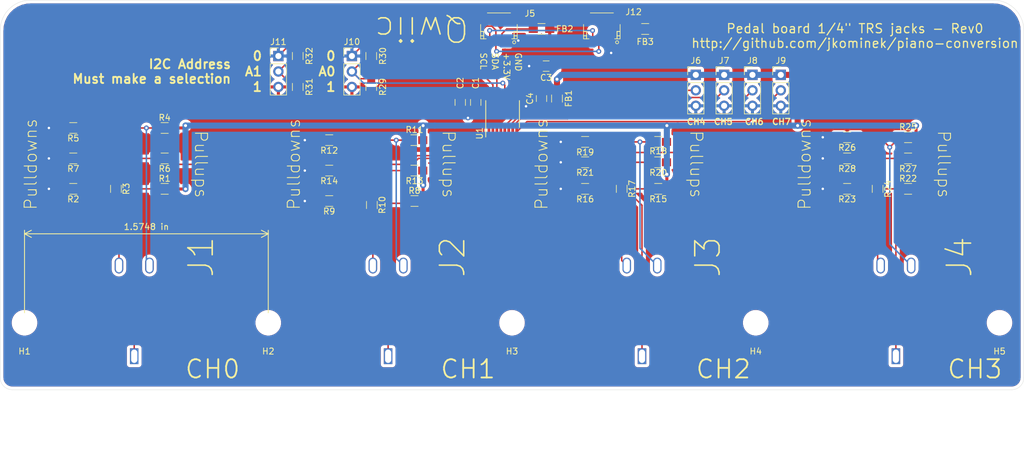
<source format=kicad_pcb>
(kicad_pcb (version 20171130) (host pcbnew "(5.1.7)-1")
  (layers (0 F.Cu signal) (31 B.Cu signal) (34 B.Paste user) (35 F.Paste user) (36 B.SilkS user) (37 F.SilkS user) (38 B.Mask user) (39 F.Mask user) (44 Edge.Cuts user))
  (net 0 "")
  (net 1 GND)
  (net 2 +3V3)
  (net 3 "Net-(J1-PadT)")
  (net 4 "Net-(J1-PadR)")
  (net 5 "Net-(J1-PadS)")
  (net 6 "Net-(J2-PadS)")
  (net 7 "Net-(J2-PadR)")
  (net 8 "Net-(J2-PadT)")
  (net 9 "Net-(J3-PadT)")
  (net 10 "Net-(J3-PadR)")
  (net 11 "Net-(J3-PadS)")
  (net 12 "Net-(J4-PadS)")
  (net 13 "Net-(J4-PadR)")
  (net 14 "Net-(J4-PadT)")
  (net 15 /CH0)
  (net 16 /CH1)
  (net 17 /CH2)
  (net 18 /CH3)
  (net 19 /SCL)
  (net 20 /SDA)
  (net 21 "Net-(FB2-Pad2)")
  (net 22 "Net-(J6-Pad2)")
  (net 23 "Net-(J7-Pad2)")
  (net 24 "Net-(J8-Pad2)")
  (net 25 "Net-(J9-Pad2)")
  (net 26 /A0)
  (net 27 /A1)
  (net 28 +3.3VA)
  (net 29 "Net-(FB3-Pad2)")
  (module Inductors_SMD:L_0805_HandSoldering (layer F.Cu) (at 119.38 50.165 90)
    (fp_text reference FB1 (at 0 1.905 90) (layer F.SilkS))
    (fp_text value FB)
    (pad 1 smd rect (at -1.35 0 90) (size 1.5 1.3) (layers F.Cu F.Paste F.Mask) (net 2 +3V3))
    (pad 2 smd rect (at 1.35 0 90) (size 1.5 1.3) (layers F.Cu F.Paste F.Mask) (net 28 +3.3VA))
  )
  (module Resistors_SMD:R_0805_HandSoldering (layer F.Cu) (at 136 57.286)
    (fp_text reference R18 (at 0 1.515) (layer F.SilkS))
    (fp_text value XXX)
    (pad 1 smd rect (at -1.35 0) (size 1.5 1.3) (layers F.Cu F.Paste F.Mask) (net 9 "Net-(J3-PadT)"))
    (pad 2 smd rect (at 1.35 0) (size 1.5 1.3) (layers F.Cu F.Paste F.Mask) (net 28 +3.3VA))
  )
  (module Capacitors_SMD:C_0805_HandSoldering (layer F.Cu) (at 106.045 50.8 270)
    (fp_text reference C1 (at -3.175 0 90) (layer F.SilkS))
    (fp_text value 0.1uF)
    (pad 2 smd rect (at 1.25 0 270) (size 1.5 1.25) (layers F.Cu F.Paste F.Mask) (net 1 GND))
    (pad 1 smd rect (at -1.25 0 270) (size 1.5 1.25) (layers F.Cu F.Paste F.Mask) (net 2 +3V3))
  )
  (module Capacitors_SMD:C_0805_HandSoldering (layer F.Cu) (at 103.505 50.8 270)
    (fp_text reference C2 (at -3.175 0 90) (layer F.SilkS))
    (fp_text value 1uF)
    (pad 1 smd rect (at -1.25 0 270) (size 1.5 1.25) (layers F.Cu F.Paste F.Mask) (net 2 +3V3))
    (pad 2 smd rect (at 1.25 0 270) (size 1.5 1.25) (layers F.Cu F.Paste F.Mask) (net 1 GND))
  )
  (module Capacitors_SMD:C_0805_HandSoldering (layer F.Cu) (at 117.602 44.831 180)
    (fp_text reference C3 (at 0 -1.905) (layer F.SilkS))
    (fp_text value 4.7uF)
    (pad 2 smd rect (at 1.25 0 180) (size 1.5 1.25) (layers F.Cu F.Paste F.Mask) (net 1 GND))
    (pad 1 smd rect (at -1.25 0 180) (size 1.5 1.25) (layers F.Cu F.Paste F.Mask) (net 2 +3V3))
  )
  (module footprints:SJ-63053A (layer F.Cu) (at 50 100 90)
    (fp_text reference J1 (at 23.8 10.96 90) (layer F.SilkS) (effects (font (size 4 4) (thickness 0.25))))
    (fp_text value AudioJack0)
    (pad T thru_hole oval (at 22.4 2.5 90) (size 2.6 1.4) (drill oval 2.2 1) (layers *.Cu *.Mask) (net 3 "Net-(J1-PadT)"))
    (pad R thru_hole oval (at 22.4 -2.5 90) (size 2.6 1.4) (drill oval 2.2 1) (layers *.Cu *.Mask) (net 4 "Net-(J1-PadR)"))
    (pad S thru_hole rect (at 7.5 0 90) (size 2.6 1.4) (drill oval 2.2 1) (layers *.Cu *.Mask) (net 5 "Net-(J1-PadS)"))
  )
  (module footprints:SJ-63053A (layer F.Cu) (at 91.666666 100 90)
    (fp_text reference J2 (at 23.8 10.568334 90) (layer F.SilkS) (effects (font (size 4 4) (thickness 0.25))))
    (fp_text value AudioJack1)
    (pad S thru_hole rect (at 7.5 0 90) (size 2.6 1.4) (drill oval 2.2 1) (layers *.Cu *.Mask) (net 6 "Net-(J2-PadS)"))
    (pad R thru_hole oval (at 22.4 -2.5 90) (size 2.6 1.4) (drill oval 2.2 1) (layers *.Cu *.Mask) (net 7 "Net-(J2-PadR)"))
    (pad T thru_hole oval (at 22.4 2.5 90) (size 2.6 1.4) (drill oval 2.2 1) (layers *.Cu *.Mask) (net 8 "Net-(J2-PadT)"))
  )
  (module footprints:SJ-63053A (layer F.Cu) (at 133.333332 100 90)
    (fp_text reference J3 (at 23.8 10.811668 90) (layer F.SilkS) (effects (font (size 4 4) (thickness 0.25))))
    (fp_text value AudioJack2)
    (pad T thru_hole oval (at 22.4 2.5 90) (size 2.6 1.4) (drill oval 2.2 1) (layers *.Cu *.Mask) (net 9 "Net-(J3-PadT)"))
    (pad R thru_hole oval (at 22.4 -2.5 90) (size 2.6 1.4) (drill oval 2.2 1) (layers *.Cu *.Mask) (net 10 "Net-(J3-PadR)"))
    (pad S thru_hole rect (at 7.5 0 90) (size 2.6 1.4) (drill oval 2.2 1) (layers *.Cu *.Mask) (net 11 "Net-(J3-PadS)"))
  )
  (module footprints:SJ-63053A (layer F.Cu) (at 175 100 90)
    (fp_text reference J4 (at 23.8 10.42 90) (layer F.SilkS) (effects (font (size 4 4) (thickness 0.25))))
    (fp_text value AudioJack3)
    (pad S thru_hole rect (at 7.5 0 90) (size 2.6 1.4) (drill oval 2.2 1) (layers *.Cu *.Mask) (net 12 "Net-(J4-PadS)"))
    (pad R thru_hole oval (at 22.4 -2.5 90) (size 2.6 1.4) (drill oval 2.2 1) (layers *.Cu *.Mask) (net 13 "Net-(J4-PadR)"))
    (pad T thru_hole oval (at 22.4 2.5 90) (size 2.6 1.4) (drill oval 2.2 1) (layers *.Cu *.Mask) (net 14 "Net-(J4-PadT)"))
  )
  (module Resistors_SMD:R_0805_HandSoldering (layer F.Cu) (at 55 65)
    (fp_text reference R1 (at 0 -1.7) (layer F.SilkS))
    (fp_text value XXX)
    (pad 2 smd rect (at 1.35 0) (size 1.5 1.3) (layers F.Cu F.Paste F.Mask) (net 28 +3.3VA))
    (pad 1 smd rect (at -1.35 0) (size 1.5 1.3) (layers F.Cu F.Paste F.Mask) (net 5 "Net-(J1-PadS)"))
  )
  (module Resistors_SMD:R_0805_HandSoldering (layer F.Cu) (at 40 65 180)
    (fp_text reference R2 (at 0 -1.7) (layer F.SilkS))
    (fp_text value XXX)
    (pad 1 smd rect (at -1.35 0 180) (size 1.5 1.3) (layers F.Cu F.Paste F.Mask) (net 5 "Net-(J1-PadS)"))
    (pad 2 smd rect (at 1.35 0 180) (size 1.5 1.3) (layers F.Cu F.Paste F.Mask) (net 1 GND))
  )
  (module Resistors_SMD:R_0805_HandSoldering (layer F.Cu) (at 47 65 270)
    (fp_text reference R3 (at 0 -1.7 90) (layer F.SilkS))
    (fp_text value 10)
    (pad 1 smd rect (at -1.35 0 270) (size 1.5 1.3) (layers F.Cu F.Paste F.Mask) (net 15 /CH0))
    (pad 2 smd rect (at 1.35 0 270) (size 1.5 1.3) (layers F.Cu F.Paste F.Mask) (net 4 "Net-(J1-PadR)"))
  )
  (module Resistors_SMD:R_0805_HandSoldering (layer F.Cu) (at 55 55)
    (fp_text reference R4 (at 0 -1.7) (layer F.SilkS))
    (fp_text value XXX)
    (pad 2 smd rect (at 1.35 0) (size 1.5 1.3) (layers F.Cu F.Paste F.Mask) (net 28 +3.3VA))
    (pad 1 smd rect (at -1.35 0) (size 1.5 1.3) (layers F.Cu F.Paste F.Mask) (net 3 "Net-(J1-PadT)"))
  )
  (module Resistors_SMD:R_0805_HandSoldering (layer F.Cu) (at 40 55 180)
    (fp_text reference R5 (at 0 -1.7) (layer F.SilkS))
    (fp_text value XXX)
    (pad 1 smd rect (at -1.35 0 180) (size 1.5 1.3) (layers F.Cu F.Paste F.Mask) (net 3 "Net-(J1-PadT)"))
    (pad 2 smd rect (at 1.35 0 180) (size 1.5 1.3) (layers F.Cu F.Paste F.Mask) (net 1 GND))
  )
  (module Resistors_SMD:R_0805_HandSoldering (layer F.Cu) (at 55 60 180)
    (fp_text reference R6 (at 0 -1.7) (layer F.SilkS))
    (fp_text value XXX)
    (pad 2 smd rect (at 1.35 0 180) (size 1.5 1.3) (layers F.Cu F.Paste F.Mask) (net 15 /CH0))
    (pad 1 smd rect (at -1.35 0 180) (size 1.5 1.3) (layers F.Cu F.Paste F.Mask) (net 28 +3.3VA))
  )
  (module Resistors_SMD:R_0805_HandSoldering (layer F.Cu) (at 40 60 180)
    (fp_text reference R7 (at 0 -1.7) (layer F.SilkS))
    (fp_text value XXX)
    (pad 1 smd rect (at -1.35 0 180) (size 1.5 1.3) (layers F.Cu F.Paste F.Mask) (net 15 /CH0))
    (pad 2 smd rect (at 1.35 0 180) (size 1.5 1.3) (layers F.Cu F.Paste F.Mask) (net 1 GND))
  )
  (module Resistors_SMD:R_0805_HandSoldering (layer F.Cu) (at 96 67)
    (fp_text reference R8 (at 0 -1.7) (layer F.SilkS))
    (fp_text value XXX)
    (pad 1 smd rect (at -1.35 0) (size 1.5 1.3) (layers F.Cu F.Paste F.Mask) (net 6 "Net-(J2-PadS)"))
    (pad 2 smd rect (at 1.35 0) (size 1.5 1.3) (layers F.Cu F.Paste F.Mask) (net 28 +3.3VA))
  )
  (module Resistors_SMD:R_0805_HandSoldering (layer F.Cu) (at 82 67 180)
    (fp_text reference R9 (at 0 -1.7) (layer F.SilkS))
    (fp_text value XXX)
    (pad 2 smd rect (at 1.35 0 180) (size 1.5 1.3) (layers F.Cu F.Paste F.Mask) (net 1 GND))
    (pad 1 smd rect (at -1.35 0 180) (size 1.5 1.3) (layers F.Cu F.Paste F.Mask) (net 6 "Net-(J2-PadS)"))
  )
  (module Resistors_SMD:R_0805_HandSoldering (layer F.Cu) (at 89 67.65 270)
    (fp_text reference R10 (at 0 -1.7 90) (layer F.SilkS))
    (fp_text value 10)
    (pad 2 smd rect (at 1.35 0 270) (size 1.5 1.3) (layers F.Cu F.Paste F.Mask) (net 7 "Net-(J2-PadR)"))
    (pad 1 smd rect (at -1.35 0 270) (size 1.5 1.3) (layers F.Cu F.Paste F.Mask) (net 16 /CH1))
  )
  (module Resistors_SMD:R_0805_HandSoldering (layer F.Cu) (at 96 57)
    (fp_text reference R11 (at 0 -1.7) (layer F.SilkS))
    (fp_text value XXX)
    (pad 1 smd rect (at -1.35 0) (size 1.5 1.3) (layers F.Cu F.Paste F.Mask) (net 8 "Net-(J2-PadT)"))
    (pad 2 smd rect (at 1.35 0) (size 1.5 1.3) (layers F.Cu F.Paste F.Mask) (net 28 +3.3VA))
  )
  (module Resistors_SMD:R_0805_HandSoldering (layer F.Cu) (at 82 57 180)
    (fp_text reference R12 (at 0 -1.7) (layer F.SilkS))
    (fp_text value XXX)
    (pad 2 smd rect (at 1.35 0 180) (size 1.5 1.3) (layers F.Cu F.Paste F.Mask) (net 1 GND))
    (pad 1 smd rect (at -1.35 0 180) (size 1.5 1.3) (layers F.Cu F.Paste F.Mask) (net 8 "Net-(J2-PadT)"))
  )
  (module Resistors_SMD:R_0805_HandSoldering (layer F.Cu) (at 96 62 180)
    (fp_text reference R13 (at 0 -1.7) (layer F.SilkS))
    (fp_text value XXX)
    (pad 1 smd rect (at -1.35 0 180) (size 1.5 1.3) (layers F.Cu F.Paste F.Mask) (net 28 +3.3VA))
    (pad 2 smd rect (at 1.35 0 180) (size 1.5 1.3) (layers F.Cu F.Paste F.Mask) (net 16 /CH1))
  )
  (module Resistors_SMD:R_0805_HandSoldering (layer F.Cu) (at 82 62 180)
    (fp_text reference R14 (at 0 -1.7) (layer F.SilkS))
    (fp_text value XXX)
    (pad 2 smd rect (at 1.35 0 180) (size 1.5 1.3) (layers F.Cu F.Paste F.Mask) (net 1 GND))
    (pad 1 smd rect (at -1.35 0 180) (size 1.5 1.3) (layers F.Cu F.Paste F.Mask) (net 16 /CH1))
  )
  (module Resistors_SMD:R_0805_HandSoldering (layer F.Cu) (at 136 65)
    (fp_text reference R15 (at 0 1.675) (layer F.SilkS))
    (fp_text value XXX)
    (pad 1 smd rect (at -1.35 0) (size 1.5 1.3) (layers F.Cu F.Paste F.Mask) (net 11 "Net-(J3-PadS)"))
    (pad 2 smd rect (at 1.35 0) (size 1.5 1.3) (layers F.Cu F.Paste F.Mask) (net 28 +3.3VA))
  )
  (module Resistors_SMD:R_0805_HandSoldering (layer F.Cu) (at 124 65 180)
    (fp_text reference R16 (at 0 -1.7) (layer F.SilkS))
    (fp_text value XXX)
    (pad 2 smd rect (at 1.35 0 180) (size 1.5 1.3) (layers F.Cu F.Paste F.Mask) (net 1 GND))
    (pad 1 smd rect (at -1.35 0 180) (size 1.5 1.3) (layers F.Cu F.Paste F.Mask) (net 11 "Net-(J3-PadS)"))
  )
  (module Resistors_SMD:R_0805_HandSoldering (layer F.Cu) (at 130 65 270)
    (fp_text reference R17 (at 0 -1.7 90) (layer F.SilkS))
    (fp_text value 10)
    (pad 2 smd rect (at 1.35 0 270) (size 1.5 1.3) (layers F.Cu F.Paste F.Mask) (net 10 "Net-(J3-PadR)"))
    (pad 1 smd rect (at -1.35 0 270) (size 1.5 1.3) (layers F.Cu F.Paste F.Mask) (net 17 /CH2))
  )
  (module Resistors_SMD:R_0805_HandSoldering (layer F.Cu) (at 124 57.286 180)
    (fp_text reference R19 (at 0 -1.7) (layer F.SilkS))
    (fp_text value XXX)
    (pad 2 smd rect (at 1.35 0 180) (size 1.5 1.3) (layers F.Cu F.Paste F.Mask) (net 1 GND))
    (pad 1 smd rect (at -1.35 0 180) (size 1.5 1.3) (layers F.Cu F.Paste F.Mask) (net 9 "Net-(J3-PadT)"))
  )
  (module Resistors_SMD:R_0805_HandSoldering (layer F.Cu) (at 136 60.635 180)
    (fp_text reference R20 (at 0 -1.7) (layer F.SilkS))
    (fp_text value XXX)
    (pad 1 smd rect (at -1.35 0 180) (size 1.5 1.3) (layers F.Cu F.Paste F.Mask) (net 28 +3.3VA))
    (pad 2 smd rect (at 1.35 0 180) (size 1.5 1.3) (layers F.Cu F.Paste F.Mask) (net 17 /CH2))
  )
  (module Resistors_SMD:R_0805_HandSoldering (layer F.Cu) (at 124 60.635 180)
    (fp_text reference R21 (at 0 -1.7) (layer F.SilkS))
    (fp_text value XXX)
    (pad 2 smd rect (at 1.35 0 180) (size 1.5 1.3) (layers F.Cu F.Paste F.Mask) (net 1 GND))
    (pad 1 smd rect (at -1.35 0 180) (size 1.5 1.3) (layers F.Cu F.Paste F.Mask) (net 17 /CH2))
  )
  (module Resistors_SMD:R_0805_HandSoldering (layer F.Cu) (at 177 65)
    (fp_text reference R22 (at 0 -1.7) (layer F.SilkS))
    (fp_text value XXX)
    (pad 2 smd rect (at 1.35 0) (size 1.5 1.3) (layers F.Cu F.Paste F.Mask) (net 28 +3.3VA))
    (pad 1 smd rect (at -1.35 0) (size 1.5 1.3) (layers F.Cu F.Paste F.Mask) (net 12 "Net-(J4-PadS)"))
  )
  (module Resistors_SMD:R_0805_HandSoldering (layer F.Cu) (at 167 65 180)
    (fp_text reference R23 (at 0 -1.7) (layer F.SilkS))
    (fp_text value XXX)
    (pad 1 smd rect (at -1.35 0 180) (size 1.5 1.3) (layers F.Cu F.Paste F.Mask) (net 12 "Net-(J4-PadS)"))
    (pad 2 smd rect (at 1.35 0 180) (size 1.5 1.3) (layers F.Cu F.Paste F.Mask) (net 1 GND))
  )
  (module Resistors_SMD:R_0805_HandSoldering (layer F.Cu) (at 172 65 270)
    (fp_text reference R24 (at 0 -1.7 90) (layer F.SilkS))
    (fp_text value 10)
    (pad 1 smd rect (at -1.35 0 270) (size 1.5 1.3) (layers F.Cu F.Paste F.Mask) (net 18 /CH3))
    (pad 2 smd rect (at 1.35 0 270) (size 1.5 1.3) (layers F.Cu F.Paste F.Mask) (net 13 "Net-(J4-PadR)"))
  )
  (module Resistors_SMD:R_0805_HandSoldering (layer F.Cu) (at 177 56.524)
    (fp_text reference R25 (at 0 -1.7) (layer F.SilkS))
    (fp_text value XXX)
    (pad 2 smd rect (at 1.35 0) (size 1.5 1.3) (layers F.Cu F.Paste F.Mask) (net 28 +3.3VA))
    (pad 1 smd rect (at -1.35 0) (size 1.5 1.3) (layers F.Cu F.Paste F.Mask) (net 14 "Net-(J4-PadT)"))
  )
  (module Resistors_SMD:R_0805_HandSoldering (layer F.Cu) (at 167 56.524 180)
    (fp_text reference R26 (at 0 -1.7) (layer F.SilkS))
    (fp_text value XXX)
    (pad 1 smd rect (at -1.35 0 180) (size 1.5 1.3) (layers F.Cu F.Paste F.Mask) (net 14 "Net-(J4-PadT)"))
    (pad 2 smd rect (at 1.35 0 180) (size 1.5 1.3) (layers F.Cu F.Paste F.Mask) (net 1 GND))
  )
  (module Resistors_SMD:R_0805_HandSoldering (layer F.Cu) (at 177 60 180)
    (fp_text reference R27 (at 0 -1.7) (layer F.SilkS))
    (fp_text value XXX)
    (pad 2 smd rect (at 1.35 0 180) (size 1.5 1.3) (layers F.Cu F.Paste F.Mask) (net 18 /CH3))
    (pad 1 smd rect (at -1.35 0 180) (size 1.5 1.3) (layers F.Cu F.Paste F.Mask) (net 28 +3.3VA))
  )
  (module Resistors_SMD:R_0805_HandSoldering (layer F.Cu) (at 167 60 180)
    (fp_text reference R28 (at 0 -1.7) (layer F.SilkS))
    (fp_text value XXX)
    (pad 1 smd rect (at -1.35 0 180) (size 1.5 1.3) (layers F.Cu F.Paste F.Mask) (net 18 /CH3))
    (pad 2 smd rect (at 1.35 0 180) (size 1.5 1.3) (layers F.Cu F.Paste F.Mask) (net 1 GND))
  )
  (module Mounting_Holes:MountingHole_3.2mm_M3 (layer F.Cu) (at 32 87)
    (fp_text reference H1 (at 0 4.69) (layer F.SilkS))
    (fp_text value MountingHole)
    (pad 1 np_thru_hole circle (at 0 0) (size 3.2 3.2) (drill 3.2) (layers *.Cu *.Mask))
  )
  (module Mounting_Holes:MountingHole_3.2mm_M3 (layer F.Cu) (at 72 87)
    (fp_text reference H2 (at 0 4.69) (layer F.SilkS))
    (fp_text value MountingHole)
    (pad 1 np_thru_hole circle (at 0 0) (size 3.2 3.2) (drill 3.2) (layers *.Cu *.Mask))
  )
  (module Mounting_Holes:MountingHole_3.2mm_M3 (layer F.Cu) (at 112 87)
    (fp_text reference H3 (at 0 4.69) (layer F.SilkS))
    (fp_text value MountingHole)
    (pad 1 np_thru_hole circle (at 0 0) (size 3.2 3.2) (drill 3.2) (layers *.Cu *.Mask))
  )
  (module Mounting_Holes:MountingHole_3.2mm_M3 (layer F.Cu) (at 152 87)
    (fp_text reference H4 (at 0 4.69) (layer F.SilkS))
    (fp_text value MountingHole)
    (pad 1 np_thru_hole circle (at 0 0) (size 3.2 3.2) (drill 3.2) (layers *.Cu *.Mask))
  )
  (module Mounting_Holes:MountingHole_3.2mm_M3 (layer F.Cu) (at 192 87)
    (fp_text reference H5 (at 0 4.69) (layer F.SilkS))
    (fp_text value MountingHole)
    (pad 1 np_thru_hole circle (at 0 0) (size 3.2 3.2) (drill 3.2) (layers *.Cu *.Mask))
  )
  (module Connectors_JST:JST_SH_SM04B-SRSS-TB_04x1.00mm_Angled (layer F.Cu) (at 109.855 38.735 180)
    (fp_text reference J5 (at -5.08 2.54) (layer F.SilkS))
    (fp_text value Qwiic)
    (pad "" smd rect (at 2.8 1.9375 180) (size 1.2 1.8) (layers F.Cu F.Paste F.Mask))
    (pad "" smd rect (at -2.8 1.9375 180) (size 1.2 1.8) (layers F.Cu F.Paste F.Mask))
    (pad 4 smd rect (at 1.5 -1.9375 180) (size 0.6 1.55) (layers F.Cu F.Paste F.Mask) (net 19 /SCL))
    (pad 3 smd rect (at 0.5 -1.9375 180) (size 0.6 1.55) (layers F.Cu F.Paste F.Mask) (net 20 /SDA))
    (pad 2 smd rect (at -0.5 -1.9375 180) (size 0.6 1.55) (layers F.Cu F.Paste F.Mask) (net 21 "Net-(FB2-Pad2)"))
    (pad 1 smd rect (at -1.5 -1.9375 180) (size 0.6 1.55) (layers F.Cu F.Paste F.Mask) (net 1 GND))
  )
  (module Housings_SSOP:TSSOP-16_4.4x5mm_Pitch0.65mm (layer F.Cu) (at 110.49 52.705 90)
    (fp_text reference U1 (at -3.175 -3.81 90) (layer F.SilkS))
    (fp_text value ADS7830)
    (pad 16 smd rect (at 2.95 -2.275 90) (size 1.5 0.45) (layers F.Cu F.Paste F.Mask) (net 2 +3V3))
    (pad 15 smd rect (at 2.95 -1.625 90) (size 1.5 0.45) (layers F.Cu F.Paste F.Mask) (net 20 /SDA))
    (pad 14 smd rect (at 2.95 -0.975 90) (size 1.5 0.45) (layers F.Cu F.Paste F.Mask) (net 19 /SCL))
    (pad 13 smd rect (at 2.95 -0.325 90) (size 1.5 0.45) (layers F.Cu F.Paste F.Mask) (net 27 /A1))
    (pad 12 smd rect (at 2.95 0.325 90) (size 1.5 0.45) (layers F.Cu F.Paste F.Mask) (net 26 /A0))
    (pad 11 smd rect (at 2.95 0.975 90) (size 1.5 0.45) (layers F.Cu F.Paste F.Mask) (net 1 GND))
    (pad 10 smd rect (at 2.95 1.625 90) (size 1.5 0.45) (layers F.Cu F.Paste F.Mask) (net 28 +3.3VA))
    (pad 9 smd rect (at 2.95 2.275 90) (size 1.5 0.45) (layers F.Cu F.Paste F.Mask) (net 1 GND))
    (pad 8 smd rect (at -2.95 2.275 90) (size 1.5 0.45) (layers F.Cu F.Paste F.Mask) (net 25 "Net-(J9-Pad2)"))
    (pad 7 smd rect (at -2.95 1.625 90) (size 1.5 0.45) (layers F.Cu F.Paste F.Mask) (net 24 "Net-(J8-Pad2)"))
    (pad 6 smd rect (at -2.95 0.975 90) (size 1.5 0.45) (layers F.Cu F.Paste F.Mask) (net 23 "Net-(J7-Pad2)"))
    (pad 5 smd rect (at -2.95 0.325 90) (size 1.5 0.45) (layers F.Cu F.Paste F.Mask) (net 22 "Net-(J6-Pad2)"))
    (pad 4 smd rect (at -2.95 -0.325 90) (size 1.5 0.45) (layers F.Cu F.Paste F.Mask) (net 18 /CH3))
    (pad 3 smd rect (at -2.95 -0.975 90) (size 1.5 0.45) (layers F.Cu F.Paste F.Mask) (net 17 /CH2))
    (pad 2 smd rect (at -2.95 -1.625 90) (size 1.5 0.45) (layers F.Cu F.Paste F.Mask) (net 16 /CH1))
    (pad 1 smd rect (at -2.95 -2.275 90) (size 1.5 0.45) (layers F.Cu F.Paste F.Mask) (net 15 /CH0))
  )
  (module Capacitors_SMD:C_0805_HandSoldering (layer F.Cu) (at 116.84 50.165 270)
    (fp_text reference C4 (at 0 1.905 90) (layer F.SilkS))
    (fp_text value 0.1uF)
    (pad 2 smd rect (at 1.25 0 270) (size 1.5 1.25) (layers F.Cu F.Paste F.Mask) (net 1 GND))
    (pad 1 smd rect (at -1.25 0 270) (size 1.5 1.25) (layers F.Cu F.Paste F.Mask) (net 28 +3.3VA))
  )
  (module Inductors_SMD:L_0805_HandSoldering (layer F.Cu) (at 116.84 38.735 180)
    (fp_text reference FB2 (at -3.81 0) (layer F.SilkS))
    (fp_text value FB)
    (pad 2 smd rect (at 1.35 0 180) (size 1.5 1.3) (layers F.Cu F.Paste F.Mask) (net 21 "Net-(FB2-Pad2)"))
    (pad 1 smd rect (at -1.35 0 180) (size 1.5 1.3) (layers F.Cu F.Paste F.Mask) (net 2 +3V3))
  )
  (module Pin_Headers:Pin_Header_Straight_1x03_Pitch2.54mm (layer F.Cu) (at 142.160001 46.275001)
    (fp_text reference J6 (at 0 -2.33) (layer F.SilkS))
    (fp_text value CH7)
    (pad 3 thru_hole oval (at 0 5.08) (size 1.7 1.7) (drill 1) (layers *.Cu *.Mask) (net 1 GND))
    (pad 2 thru_hole oval (at 0 2.54) (size 1.7 1.7) (drill 1) (layers *.Cu *.Mask) (net 22 "Net-(J6-Pad2)"))
    (pad 1 thru_hole rect (at 0 0) (size 1.7 1.7) (drill 1) (layers *.Cu *.Mask) (net 28 +3.3VA))
  )
  (module Pin_Headers:Pin_Header_Straight_1x03_Pitch2.54mm (layer F.Cu) (at 146.810001 46.275001)
    (fp_text reference J7 (at 0 -2.33) (layer F.SilkS))
    (fp_text value CH7)
    (pad 1 thru_hole rect (at 0 0) (size 1.7 1.7) (drill 1) (layers *.Cu *.Mask) (net 28 +3.3VA))
    (pad 2 thru_hole oval (at 0 2.54) (size 1.7 1.7) (drill 1) (layers *.Cu *.Mask) (net 23 "Net-(J7-Pad2)"))
    (pad 3 thru_hole oval (at 0 5.08) (size 1.7 1.7) (drill 1) (layers *.Cu *.Mask) (net 1 GND))
  )
  (module Pin_Headers:Pin_Header_Straight_1x03_Pitch2.54mm (layer F.Cu) (at 151.460001 46.275001)
    (fp_text reference J8 (at 0 -2.33) (layer F.SilkS))
    (fp_text value CH7)
    (pad 3 thru_hole oval (at 0 5.08) (size 1.7 1.7) (drill 1) (layers *.Cu *.Mask) (net 1 GND))
    (pad 2 thru_hole oval (at 0 2.54) (size 1.7 1.7) (drill 1) (layers *.Cu *.Mask) (net 24 "Net-(J8-Pad2)"))
    (pad 1 thru_hole rect (at 0 0) (size 1.7 1.7) (drill 1) (layers *.Cu *.Mask) (net 28 +3.3VA))
  )
  (module Pin_Headers:Pin_Header_Straight_1x03_Pitch2.54mm (layer F.Cu) (at 156.110001 46.275001)
    (fp_text reference J9 (at 0 -2.33) (layer F.SilkS))
    (fp_text value CH7)
    (pad 1 thru_hole rect (at 0 0) (size 1.7 1.7) (drill 1) (layers *.Cu *.Mask) (net 28 +3.3VA))
    (pad 2 thru_hole oval (at 0 2.54) (size 1.7 1.7) (drill 1) (layers *.Cu *.Mask) (net 25 "Net-(J9-Pad2)"))
    (pad 3 thru_hole oval (at 0 5.08) (size 1.7 1.7) (drill 1) (layers *.Cu *.Mask) (net 1 GND))
  )
  (module Pin_Headers:Pin_Header_Straight_1x03_Pitch2.54mm (layer F.Cu) (at 85.725 43.18)
    (fp_text reference J10 (at 0 -2.33) (layer F.SilkS))
    (fp_text value CH7)
    (pad 1 thru_hole rect (at 0 0) (size 1.7 1.7) (drill 1) (layers *.Cu *.Mask) (net 1 GND))
    (pad 2 thru_hole oval (at 0 2.54) (size 1.7 1.7) (drill 1) (layers *.Cu *.Mask) (net 26 /A0))
    (pad 3 thru_hole oval (at 0 5.08) (size 1.7 1.7) (drill 1) (layers *.Cu *.Mask) (net 2 +3V3))
  )
  (module Pin_Headers:Pin_Header_Straight_1x03_Pitch2.54mm (layer F.Cu) (at 73.66 43.18)
    (fp_text reference J11 (at 0 -2.33) (layer F.SilkS))
    (fp_text value CH7)
    (pad 3 thru_hole oval (at 0 5.08) (size 1.7 1.7) (drill 1) (layers *.Cu *.Mask) (net 2 +3V3))
    (pad 2 thru_hole oval (at 0 2.54) (size 1.7 1.7) (drill 1) (layers *.Cu *.Mask) (net 27 /A1))
    (pad 1 thru_hole rect (at 0 0) (size 1.7 1.7) (drill 1) (layers *.Cu *.Mask) (net 1 GND))
  )
  (module Resistors_SMD:R_0805_HandSoldering (layer F.Cu) (at 88.9 48.26 90)
    (fp_text reference R29 (at 0 1.905 90) (layer F.SilkS))
    (fp_text value DNP)
    (pad 2 smd rect (at 1.35 0 90) (size 1.5 1.3) (layers F.Cu F.Paste F.Mask) (net 26 /A0))
    (pad 1 smd rect (at -1.35 0 90) (size 1.5 1.3) (layers F.Cu F.Paste F.Mask) (net 2 +3V3))
  )
  (module Resistors_SMD:R_0805_HandSoldering (layer F.Cu) (at 88.9 43.18 270)
    (fp_text reference R30 (at 0 -1.905 90) (layer F.SilkS))
    (fp_text value DNP)
    (pad 1 smd rect (at -1.35 0 270) (size 1.5 1.3) (layers F.Cu F.Paste F.Mask) (net 1 GND))
    (pad 2 smd rect (at 1.35 0 270) (size 1.5 1.3) (layers F.Cu F.Paste F.Mask) (net 26 /A0))
  )
  (module Resistors_SMD:R_0805_HandSoldering (layer F.Cu) (at 76.835 48.26 90)
    (fp_text reference R31 (at 0 1.905 90) (layer F.SilkS))
    (fp_text value DNP)
    (pad 2 smd rect (at 1.35 0 90) (size 1.5 1.3) (layers F.Cu F.Paste F.Mask) (net 27 /A1))
    (pad 1 smd rect (at -1.35 0 90) (size 1.5 1.3) (layers F.Cu F.Paste F.Mask) (net 2 +3V3))
  )
  (module Resistors_SMD:R_0805_HandSoldering (layer F.Cu) (at 76.835 43.18 270)
    (fp_text reference R32 (at 0 -1.905 90) (layer F.SilkS))
    (fp_text value DNP)
    (pad 1 smd rect (at -1.35 0 270) (size 1.5 1.3) (layers F.Cu F.Paste F.Mask) (net 1 GND))
    (pad 2 smd rect (at 1.35 0 270) (size 1.5 1.3) (layers F.Cu F.Paste F.Mask) (net 27 /A1))
  )
  (module Inductors_SMD:L_0805_HandSoldering (layer F.Cu) (at 133.858 38.735 180)
    (fp_text reference FB3 (at 0 -2.1) (layer F.SilkS))
    (fp_text value FB)
    (pad 2 smd rect (at 1.35 0 180) (size 1.5 1.3) (layers F.Cu F.Paste F.Mask) (net 29 "Net-(FB3-Pad2)"))
    (pad 1 smd rect (at -1.35 0 180) (size 1.5 1.3) (layers F.Cu F.Paste F.Mask) (net 2 +3V3))
  )
  (module Connectors_JST:JST_SH_SM04B-SRSS-TB_04x1.00mm_Angled (layer F.Cu) (at 126.746 38.735 180)
    (fp_text reference J12 (at -5.207 2.794) (layer F.SilkS))
    (fp_text value Qwiic)
    (pad "" smd rect (at 2.8 1.9375 180) (size 1.2 1.8) (layers F.Cu F.Paste F.Mask))
    (pad "" smd rect (at -2.8 1.9375 180) (size 1.2 1.8) (layers F.Cu F.Paste F.Mask))
    (pad 4 smd rect (at 1.5 -1.9375 180) (size 0.6 1.55) (layers F.Cu F.Paste F.Mask) (net 19 /SCL))
    (pad 3 smd rect (at 0.5 -1.9375 180) (size 0.6 1.55) (layers F.Cu F.Paste F.Mask) (net 20 /SDA))
    (pad 2 smd rect (at -0.5 -1.9375 180) (size 0.6 1.55) (layers F.Cu F.Paste F.Mask) (net 29 "Net-(FB3-Pad2)"))
    (pad 1 smd rect (at -1.5 -1.9375 180) (size 0.6 1.55) (layers F.Cu F.Paste F.Mask) (net 1 GND))
  )
  (gr_text CH3 (at 187.96 94.615) (layer F.SilkS) (effects (font (size 3 3) (thickness 0.3))))
  (gr_text CH2 (at 146.685 94.615) (layer F.SilkS) (effects (font (size 3 3) (thickness 0.3))))
  (gr_text CH1 (at 104.775 94.615) (layer F.SilkS) (effects (font (size 3 3) (thickness 0.3))))
  (gr_text CH0 (at 62.865 94.615) (layer F.SilkS) (effects (font (size 3 3) (thickness 0.3))))
  (gr_text CH7 (at 156.21 53.975) (layer F.SilkS) (effects (font (size 1 1) (thickness 0.2))))
  (gr_text CH6 (at 151.765 53.975) (layer F.SilkS) (effects (font (size 1 1) (thickness 0.2))))
  (gr_text CH5 (at 146.685 53.975) (layer F.SilkS) (effects (font (size 1 1) (thickness 0.2))))
  (gr_text CH4 (at 142.24 53.975) (layer F.SilkS) (effects (font (size 1 1) (thickness 0.2))))
  (gr_text "I2C Address\nMust make a selection" (at 66.04 45.72) (layer F.SilkS) (effects (font (size 1.5 1.5) (thickness 0.3)) (justify right)))
  (gr_text A1 (at 71.12 45.72) (layer F.SilkS) (effects (font (size 1.5 1.5) (thickness 0.3)) (justify right)))
  (gr_text 1 (at 71.12 48.26) (layer F.SilkS) (effects (font (size 1.5 1.5) (thickness 0.3)) (justify right)))
  (gr_text 0 (at 71.12 43.18) (layer F.SilkS) (effects (font (size 1.5 1.5) (thickness 0.3)) (justify right)))
  (gr_text 1 (at 83.185 48.26) (layer F.SilkS) (effects (font (size 1.5 1.5) (thickness 0.3)) (justify right)))
  (gr_text A0 (at 83.185 45.72) (layer F.SilkS) (effects (font (size 1.5 1.5) (thickness 0.3)) (justify right)))
  (gr_text 0 (at 83.185 43.18) (layer F.SilkS) (effects (font (size 1.5 1.5) (thickness 0.3)) (justify right)))
  (dimension 40 (width 0.15) (layer F.SilkS) (gr_text "40.000 mm" (at 52 71.09) (layer F.SilkS) (effects (font (size 1 1) (thickness 0.15)))) (feature1 (pts (xy 72 87) (xy 72 71.803579))) (feature2 (pts (xy 32 87) (xy 32 71.803579))) (crossbar (pts (xy 32 72.39) (xy 72 72.39))) (arrow1a (pts (xy 72 72.39) (xy 70.873496 72.976421))) (arrow1b (pts (xy 72 72.39) (xy 70.873496 71.803579))) (arrow2a (pts (xy 32 72.39) (xy 33.126504 72.976421))) (arrow2b (pts (xy 32 72.39) (xy 33.126504 71.803579))))
  (gr_text SCL (at 107.315 42.545 270) (layer F.SilkS) (effects (font (size 1 1)) (justify left)))
  (gr_text SDA (at 109.22 42.545 270) (layer F.SilkS) (effects (font (size 1 1)) (justify left)))
  (gr_text "Pedal board 1/4\" TRS jacks - Rev0\nhttp://github.com/jkominek/piano-conversion" (at 168.275 39.878) (layer F.SilkS) (effects (font (size 1.5 1.5) (thickness 0.2))))
  (gr_text Pullups (at 182.88 60.96 270) (layer F.SilkS) (effects (font (size 2 2))))
  (gr_text Pullups (at 142.24 60.96 270) (layer F.SilkS) (effects (font (size 2 2))))
  (gr_text Pullups (at 101.6 60.96 270) (layer F.SilkS) (effects (font (size 2 2))))
  (gr_text Pullups (at 60.96 60.96 270) (layer F.SilkS) (effects (font (size 2 2))))
  (gr_text Pulldowns (at 160.02 60.96 90) (layer F.SilkS) (effects (font (size 2 2))))
  (gr_text Pulldowns (at 116.84 60.96 90) (layer F.SilkS) (effects (font (size 2 2))))
  (gr_text Pulldowns (at 76.2 60.96 90) (layer F.SilkS) (effects (font (size 2 2))))
  (gr_text Pulldowns (at 33.02 60.96 90) (layer F.SilkS) (effects (font (size 2 2))))
  (gr_text +3.3V (at 111.125 42.545 270) (layer F.SilkS) (effects (font (size 1 1)) (justify left)))
  (gr_text GND (at 113.03 42.545 270) (layer F.SilkS) (effects (font (size 1 1)) (justify left)))
  (gr_text Qwiic (at 97.155 38.735 180) (layer F.SilkS) (effects (font (size 4 4) (thickness 0.25))))
  (gr_arc (start 30 96) (end 28 96) (angle -90) (layer Edge.Cuts) (width 0.05))
  (gr_arc (start 194 96) (end 194 98) (angle -90) (layer Edge.Cuts) (width 0.05))
  (gr_arc (start 191 39) (end 196 39) (angle -90) (layer Edge.Cuts) (width 0.05))
  (gr_arc (start 33 39) (end 33 34) (angle -90) (layer Edge.Cuts) (width 0.05))
  (gr_line (start 28 39) (end 28 96) (layer Edge.Cuts) (width 0.05))
  (gr_line (start 191 34) (end 33 34) (layer Edge.Cuts) (width 0.05))
  (gr_line (start 196 96) (end 196 39) (layer Edge.Cuts) (width 0.05))
  (gr_line (start 30 98) (end 194 98) (layer Edge.Cuts) (width 0.05))
  (via (at 36 55) (size 0.8) (drill 0.4) (layers F.Cu B.Cu) (net 1))
  (via (at 36 60) (size 0.8) (drill 0.4) (layers F.Cu B.Cu) (net 1))
  (via (at 36 65) (size 0.8) (drill 0.4) (layers F.Cu B.Cu) (net 1))
  (segment (start 36 55) (end 38.65 55) (width 0.25) (layer F.Cu) (net 1))
  (segment (start 36 60) (end 38.65 60) (width 0.25) (layer F.Cu) (net 1))
  (segment (start 36 65) (end 38.65 65) (width 0.25) (layer F.Cu) (net 1))
  (via (at 104.775 53.34) (size 0.8) (drill 0.4) (layers F.Cu B.Cu) (net 1))
  (via (at 78 67) (size 0.8) (drill 0.4) (layers F.Cu B.Cu) (net 1))
  (via (at 78 62) (size 0.8) (drill 0.4) (layers F.Cu B.Cu) (net 1))
  (via (at 78 57) (size 0.8) (drill 0.4) (layers F.Cu B.Cu) (net 1))
  (segment (start 80.65 57) (end 78 57) (width 0.25) (layer F.Cu) (net 1))
  (segment (start 80.65 62) (end 78 62) (width 0.25) (layer F.Cu) (net 1))
  (segment (start 80.65 67) (end 78 67) (width 0.25) (layer F.Cu) (net 1))
  (via (at 120 65) (size 0.8) (drill 0.4) (layers F.Cu B.Cu) (net 1))
  (via (at 120 60.635) (size 0.8) (drill 0.4) (layers F.Cu B.Cu) (net 1))
  (via (at 120 57.286) (size 0.8) (drill 0.4) (layers F.Cu B.Cu) (net 1))
  (segment (start 120 57.286) (end 122.65 57.286) (width 0.25) (layer F.Cu) (net 1))
  (segment (start 120 60.635) (end 122.65 60.635) (width 0.25) (layer F.Cu) (net 1))
  (segment (start 120 65) (end 122.65 65) (width 0.25) (layer F.Cu) (net 1))
  (via (at 163 56.524) (size 0.8) (drill 0.4) (layers F.Cu B.Cu) (net 1))
  (via (at 163 60) (size 0.8) (drill 0.4) (layers F.Cu B.Cu) (net 1))
  (via (at 163 65) (size 0.8) (drill 0.4) (layers F.Cu B.Cu) (net 1))
  (segment (start 163 65) (end 165.65 65) (width 0.25) (layer F.Cu) (net 1))
  (segment (start 163 60) (end 165.65 60) (width 0.25) (layer F.Cu) (net 1))
  (segment (start 163 56.524) (end 165.65 56.524) (width 0.25) (layer F.Cu) (net 1))
  (segment (start 112.765 49.755) (end 112.765 51.17) (width 0.25) (layer F.Cu) (net 1))
  (via (at 114.3 51.435) (size 0.8) (drill 0.4) (layers F.Cu B.Cu) (net 1))
  (segment (start 113.03 51.435) (end 112.765 51.17) (width 0.25) (layer F.Cu) (net 1))
  (segment (start 114.3 51.435) (end 113.03 51.435) (width 0.25) (layer F.Cu) (net 1))
  (segment (start 103.505 52.07) (end 104.775 53.34) (width 0.25) (layer F.Cu) (net 1))
  (segment (start 103.505 52.05) (end 103.505 52.07) (width 0.25) (layer F.Cu) (net 1))
  (segment (start 104.775 53.32) (end 106.045 52.05) (width 0.25) (layer F.Cu) (net 1))
  (segment (start 104.775 53.34) (end 104.775 53.32) (width 0.25) (layer F.Cu) (net 1))
  (segment (start 112.145 51.435) (end 113.03 51.435) (width 0.25) (layer F.Cu) (net 1))
  (segment (start 111.465 50.755) (end 112.145 51.435) (width 0.25) (layer F.Cu) (net 1))
  (segment (start 111.465 49.755) (end 111.465 50.755) (width 0.25) (layer F.Cu) (net 1))
  (via (at 114.808 44.831) (size 0.8) (drill 0.4) (layers F.Cu B.Cu) (net 1))
  (segment (start 116.82 51.435) (end 116.84 51.415) (width 0.25) (layer F.Cu) (net 1))
  (segment (start 114.3 51.435) (end 116.82 51.435) (width 0.25) (layer F.Cu) (net 1))
  (segment (start 87.075 41.83) (end 85.725 43.18) (width 0.25) (layer F.Cu) (net 1))
  (segment (start 88.9 41.83) (end 87.075 41.83) (width 0.25) (layer F.Cu) (net 1))
  (segment (start 75.01 41.83) (end 73.66 43.18) (width 0.25) (layer F.Cu) (net 1))
  (segment (start 76.835 41.83) (end 75.01 41.83) (width 0.25) (layer F.Cu) (net 1))
  (via (at 128.27 42.672) (size 0.8) (drill 0.4) (layers F.Cu B.Cu) (net 1))
  (segment (start 128.246 42.648) (end 128.27 42.672) (width 0.25) (layer F.Cu) (net 1))
  (segment (start 128.246 40.6725) (end 128.246 42.648) (width 0.25) (layer F.Cu) (net 1))
  (via (at 113.03 40.64) (size 0.8) (drill 0.4) (layers F.Cu B.Cu) (net 1))
  (segment (start 114.808 44.831) (end 116.352 44.831) (width 0.25) (layer F.Cu) (net 1))
  (segment (start 112.9975 40.6725) (end 113.03 40.64) (width 0.25) (layer F.Cu) (net 1))
  (segment (start 111.355 40.6725) (end 112.9975 40.6725) (width 0.25) (layer F.Cu) (net 1))
  (via (at 109.474 42.418) (size 0.8) (drill 0.4) (layers F.Cu B.Cu) (net 20))
  (via (at 108.331 38.989) (size 0.8) (drill 0.4) (layers F.Cu B.Cu) (net 19))
  (segment (start 103.505 49.55) (end 106.045 49.55) (width 0.25) (layer F.Cu) (net 2))
  (segment (start 108.01 49.55) (end 108.215 49.755) (width 0.25) (layer F.Cu) (net 2))
  (segment (start 106.045 49.55) (end 108.01 49.55) (width 0.25) (layer F.Cu) (net 2))
  (segment (start 41.35 55) (end 52 55) (width 0.25) (layer F.Cu) (net 3))
  (segment (start 52 55) (end 53.65 55) (width 0.25) (layer F.Cu) (net 3))
  (via (at 52 55) (size 0.8) (drill 0.4) (layers F.Cu B.Cu) (net 3))
  (segment (start 52 77.1) (end 52.5 77.6) (width 0.25) (layer B.Cu) (net 3))
  (segment (start 52 55) (end 52 77.1) (width 0.25) (layer B.Cu) (net 3))
  (segment (start 47.5 66.85) (end 47 66.35) (width 0.25) (layer F.Cu) (net 4))
  (segment (start 47.5 77.6) (end 47.5 66.85) (width 0.25) (layer F.Cu) (net 4))
  (segment (start 53.65 65) (end 41.35 65) (width 0.25) (layer F.Cu) (net 5))
  (segment (start 50 92.5) (end 50 65) (width 0.25) (layer F.Cu) (net 5))
  (segment (start 94.274999 67.375001) (end 94.65 67) (width 0.25) (layer F.Cu) (net 6))
  (segment (start 83.35 67) (end 83.725001 67.375001) (width 0.25) (layer F.Cu) (net 6))
  (segment (start 91.666666 67.416668) (end 91.624999 67.375001) (width 0.25) (layer F.Cu) (net 6))
  (segment (start 91.666666 92.5) (end 91.666666 67.416668) (width 0.25) (layer F.Cu) (net 6))
  (segment (start 91.624999 67.375001) (end 94.274999 67.375001) (width 0.25) (layer F.Cu) (net 6))
  (segment (start 83.725001 67.375001) (end 91.624999 67.375001) (width 0.25) (layer F.Cu) (net 6))
  (segment (start 89 77.433334) (end 89.166666 77.6) (width 0.25) (layer F.Cu) (net 7))
  (segment (start 89.166666 69.166666) (end 89 69) (width 0.25) (layer F.Cu) (net 7))
  (segment (start 89.166666 77.6) (end 89.166666 69.166666) (width 0.25) (layer F.Cu) (net 7))
  (segment (start 83.35 57) (end 93 57) (width 0.25) (layer F.Cu) (net 8))
  (segment (start 93 57) (end 94.65 57) (width 0.25) (layer F.Cu) (net 8))
  (via (at 93 57) (size 0.8) (drill 0.4) (layers F.Cu B.Cu) (net 8))
  (segment (start 93 76.433334) (end 94.166666 77.6) (width 0.25) (layer B.Cu) (net 8))
  (segment (start 93 57) (end 93 76.433334) (width 0.25) (layer B.Cu) (net 8))
  (segment (start 125.35 57.286) (end 133 57.286) (width 0.25) (layer F.Cu) (net 9))
  (segment (start 133 57.286) (end 134.65 57.286) (width 0.25) (layer F.Cu) (net 9))
  (via (at 133 57.286) (size 0.8) (drill 0.4) (layers F.Cu B.Cu) (net 9))
  (segment (start 133 74.766668) (end 135.833332 77.6) (width 0.25) (layer B.Cu) (net 9))
  (segment (start 133 74.766668) (end 133 57.286) (width 0.25) (layer B.Cu) (net 9))
  (segment (start 130 76.766668) (end 130.833332 77.6) (width 0.25) (layer F.Cu) (net 10))
  (segment (start 130 66.35) (end 130 76.766668) (width 0.25) (layer F.Cu) (net 10))
  (segment (start 133 65) (end 134.65 65) (width 0.25) (layer F.Cu) (net 11))
  (segment (start 133.333332 67.69833) (end 131 65.364998) (width 0.25) (layer F.Cu) (net 11))
  (segment (start 133.333332 92.5) (end 133.333332 67.69833) (width 0.25) (layer F.Cu) (net 11))
  (segment (start 131 65.364998) (end 131 65) (width 0.25) (layer F.Cu) (net 11))
  (segment (start 131 65) (end 133 65) (width 0.25) (layer F.Cu) (net 11))
  (segment (start 125.35 65) (end 131 65) (width 0.25) (layer F.Cu) (net 11))
  (segment (start 168.35 65) (end 175.65 65) (width 0.25) (layer F.Cu) (net 12))
  (segment (start 175 65.65) (end 175.65 65) (width 0.25) (layer F.Cu) (net 12))
  (segment (start 175 92.5) (end 175 65.65) (width 0.25) (layer F.Cu) (net 12))
  (segment (start 172 77.1) (end 172.5 77.6) (width 0.25) (layer F.Cu) (net 13))
  (segment (start 172 66.35) (end 172 77.1) (width 0.25) (layer F.Cu) (net 13))
  (via (at 173.99 58.166) (size 0.8) (drill 0.4) (layers F.Cu B.Cu) (net 14))
  (segment (start 174 74.1) (end 177.5 77.6) (width 0.25) (layer B.Cu) (net 14))
  (segment (start 174 58.176) (end 173.99 58.166) (width 0.25) (layer B.Cu) (net 14))
  (segment (start 174 74.1) (end 174 58.176) (width 0.25) (layer B.Cu) (net 14))
  (segment (start 175.632 56.524) (end 173.99 58.166) (width 0.25) (layer F.Cu) (net 14))
  (segment (start 175.65 56.524) (end 175.632 56.524) (width 0.25) (layer F.Cu) (net 14))
  (segment (start 172.348 56.524) (end 173.99 58.166) (width 0.25) (layer F.Cu) (net 14))
  (segment (start 168.35 56.524) (end 172.348 56.524) (width 0.25) (layer F.Cu) (net 14))
  (segment (start 47 63.65) (end 47 60) (width 0.25) (layer F.Cu) (net 15))
  (segment (start 47 60) (end 53.65 60) (width 0.25) (layer F.Cu) (net 15))
  (segment (start 41.35 60) (end 47 60) (width 0.25) (layer F.Cu) (net 15))
  (segment (start 54.625001 60.975001) (end 53.65 60) (width 0.25) (layer F.Cu) (net 15))
  (segment (start 95.038589 60.975001) (end 54.625001 60.975001) (width 0.25) (layer F.Cu) (net 15))
  (segment (start 108.215 55.655) (end 108.215 56.885) (width 0.25) (layer F.Cu) (net 15))
  (segment (start 96.463599 59.549991) (end 106.818599 59.549991) (width 0.25) (layer F.Cu) (net 15))
  (segment (start 95.038589 60.975001) (end 96.463599 59.549991) (width 0.25) (layer F.Cu) (net 15))
  (segment (start 108.215 58.15359) (end 108.215 56.885) (width 0.25) (layer F.Cu) (net 15))
  (segment (start 106.818599 59.549991) (end 108.215 58.15359) (width 0.25) (layer F.Cu) (net 15))
  (segment (start 89 66.3) (end 89 62) (width 0.25) (layer F.Cu) (net 16))
  (segment (start 89 62) (end 94.65 62) (width 0.25) (layer F.Cu) (net 16))
  (segment (start 83.35 62) (end 89 62) (width 0.25) (layer F.Cu) (net 16))
  (segment (start 96.65 60) (end 94.65 62) (width 0.25) (layer F.Cu) (net 16))
  (segment (start 107.005 60) (end 96.65 60) (width 0.25) (layer F.Cu) (net 16))
  (segment (start 108.865 58.14) (end 107.005 60) (width 0.25) (layer F.Cu) (net 16))
  (segment (start 108.865 55.655) (end 108.865 58.14) (width 0.25) (layer F.Cu) (net 16))
  (segment (start 125.35 60.635) (end 130 60.635) (width 0.25) (layer F.Cu) (net 17))
  (segment (start 130 60.635) (end 134.65 60.635) (width 0.25) (layer F.Cu) (net 17))
  (segment (start 130 63.65) (end 130 60.635) (width 0.25) (layer F.Cu) (net 17))
  (segment (start 123.985 62) (end 125.35 60.635) (width 0.25) (layer F.Cu) (net 17))
  (segment (start 113.435 62) (end 123.985 62) (width 0.25) (layer F.Cu) (net 17))
  (segment (start 109.515 58.08) (end 113.435 62) (width 0.25) (layer F.Cu) (net 17))
  (segment (start 109.515 55.655) (end 109.515 58.08) (width 0.25) (layer F.Cu) (net 17))
  (segment (start 172 63.65) (end 172 60) (width 0.25) (layer F.Cu) (net 18))
  (segment (start 172 60) (end 175.65 60) (width 0.25) (layer F.Cu) (net 18))
  (segment (start 168.35 60) (end 172 60) (width 0.25) (layer F.Cu) (net 18))
  (segment (start 167.374999 59.024999) (end 111.839997 59.024999) (width 0.25) (layer F.Cu) (net 18))
  (segment (start 168.35 60) (end 167.374999 59.024999) (width 0.25) (layer F.Cu) (net 18))
  (segment (start 110.165 57.350002) (end 110.165 55.655) (width 0.25) (layer F.Cu) (net 18))
  (segment (start 111.839997 59.024999) (end 110.165 57.350002) (width 0.25) (layer F.Cu) (net 18))
  (segment (start 109.515 49.755) (end 109.515 44.745) (width 0.25) (layer F.Cu) (net 19))
  (segment (start 108.355 43.585) (end 108.355 40.6725) (width 0.25) (layer F.Cu) (net 19))
  (segment (start 109.515 44.745) (end 108.355 43.585) (width 0.25) (layer F.Cu) (net 19))
  (segment (start 108.355 39.013) (end 108.331 38.989) (width 0.25) (layer F.Cu) (net 19))
  (segment (start 108.355 40.6725) (end 108.355 39.013) (width 0.25) (layer F.Cu) (net 19))
  (via (at 125.222 38.989) (size 0.8) (drill 0.4) (layers F.Cu B.Cu) (net 19))
  (segment (start 125.246 39.013) (end 125.222 38.989) (width 0.25) (layer F.Cu) (net 19))
  (segment (start 125.246 40.6725) (end 125.246 39.013) (width 0.25) (layer F.Cu) (net 19))
  (segment (start 108.331 38.989) (end 125.222 38.989) (width 0.25) (layer B.Cu) (net 19))
  (segment (start 106.68 39.37) (end 106.68 45.72) (width 0.25) (layer F.Cu) (net 20))
  (segment (start 108.865 47.905) (end 108.865 49.755) (width 0.25) (layer F.Cu) (net 20))
  (segment (start 106.68 45.72) (end 108.865 47.905) (width 0.25) (layer F.Cu) (net 20))
  (segment (start 107.786001 38.263999) (end 106.68 39.37) (width 0.25) (layer F.Cu) (net 20))
  (segment (start 108.679001 38.263999) (end 107.786001 38.263999) (width 0.25) (layer F.Cu) (net 20))
  (segment (start 109.355 38.939998) (end 108.679001 38.263999) (width 0.25) (layer F.Cu) (net 20))
  (segment (start 109.355 40.6725) (end 109.355 38.939998) (width 0.25) (layer F.Cu) (net 20))
  (via (at 126.238 42.418) (size 0.8) (drill 0.4) (layers F.Cu B.Cu) (net 20))
  (segment (start 109.474 42.418) (end 126.238 42.418) (width 0.25) (layer B.Cu) (net 20))
  (segment (start 126.246 42.41) (end 126.238 42.418) (width 0.25) (layer F.Cu) (net 20))
  (segment (start 126.246 40.6725) (end 126.246 42.41) (width 0.25) (layer F.Cu) (net 20))
  (segment (start 109.355 42.299) (end 109.474 42.418) (width 0.25) (layer F.Cu) (net 20))
  (segment (start 109.355 40.6725) (end 109.355 42.299) (width 0.25) (layer F.Cu) (net 20))
  (segment (start 110.355 39.505) (end 110.355 40.6725) (width 0.25) (layer F.Cu) (net 21))
  (segment (start 111.125 38.735) (end 110.355 39.505) (width 0.25) (layer F.Cu) (net 21))
  (segment (start 115.49 38.735) (end 111.125 38.735) (width 0.25) (layer F.Cu) (net 21))
  (segment (start 112.879999 52.590001) (end 120.764999 52.590001) (width 0.25) (layer F.Cu) (net 22))
  (segment (start 110.815 54.655) (end 112.879999 52.590001) (width 0.25) (layer F.Cu) (net 22))
  (segment (start 110.815 55.655) (end 110.815 54.655) (width 0.25) (layer F.Cu) (net 22))
  (segment (start 124.539999 48.815001) (end 142.160001 48.815001) (width 0.25) (layer F.Cu) (net 22))
  (segment (start 120.764999 52.590001) (end 124.539999 48.815001) (width 0.25) (layer F.Cu) (net 22))
  (segment (start 113.169987 53.040011) (end 120.9514 53.04001) (width 0.25) (layer F.Cu) (net 23))
  (segment (start 111.465 54.744998) (end 113.169987 53.040011) (width 0.25) (layer F.Cu) (net 23))
  (segment (start 111.465 55.655) (end 111.465 54.744998) (width 0.25) (layer F.Cu) (net 23))
  (segment (start 145.635 49.990002) (end 124.001408 49.990002) (width 0.25) (layer F.Cu) (net 23))
  (segment (start 146.810001 48.815001) (end 145.635 49.990002) (width 0.25) (layer F.Cu) (net 23))
  (segment (start 124.001408 49.990002) (end 120.9514 53.04001) (width 0.25) (layer F.Cu) (net 23))
  (segment (start 113.369979 53.490019) (end 121.137801 53.490019) (width 0.25) (layer F.Cu) (net 24))
  (segment (start 112.115 54.744998) (end 113.369979 53.490019) (width 0.25) (layer F.Cu) (net 24))
  (segment (start 112.115 55.655) (end 112.115 54.744998) (width 0.25) (layer F.Cu) (net 24))
  (segment (start 121.137801 53.490019) (end 121.92141 52.70641) (width 0.25) (layer F.Cu) (net 24))
  (segment (start 147.568592 52.70641) (end 151.460001 48.815001) (width 0.25) (layer F.Cu) (net 24))
  (segment (start 121.92141 52.70641) (end 147.568592 52.70641) (width 0.25) (layer F.Cu) (net 24))
  (segment (start 150.984974 53.940028) (end 156.110001 48.815001) (width 0.25) (layer F.Cu) (net 25))
  (segment (start 114.479972 53.940028) (end 150.984974 53.940028) (width 0.25) (layer F.Cu) (net 25))
  (segment (start 112.765 55.655) (end 114.479972 53.940028) (width 0.25) (layer F.Cu) (net 25))
  (via (at 110.49 47.625) (size 0.8) (drill 0.4) (layers F.Cu B.Cu) (net 26))
  (segment (start 86.915 44.53) (end 85.725 45.72) (width 0.25) (layer F.Cu) (net 26))
  (segment (start 88.9 44.53) (end 86.915 44.53) (width 0.25) (layer F.Cu) (net 26))
  (segment (start 86.915 46.91) (end 85.725 45.72) (width 0.25) (layer F.Cu) (net 26))
  (segment (start 88.9 46.91) (end 86.915 46.91) (width 0.25) (layer F.Cu) (net 26))
  (segment (start 110.815 47.95) (end 110.49 47.625) (width 0.25) (layer F.Cu) (net 26))
  (segment (start 110.815 49.755) (end 110.815 47.95) (width 0.25) (layer F.Cu) (net 26))
  (segment (start 87.63 47.625) (end 85.725 45.72) (width 0.25) (layer B.Cu) (net 26))
  (segment (start 110.49 47.625) (end 87.63 47.625) (width 0.25) (layer B.Cu) (net 26))
  (segment (start 74.85 46.91) (end 73.66 45.72) (width 0.25) (layer F.Cu) (net 27))
  (segment (start 76.835 46.91) (end 74.85 46.91) (width 0.25) (layer F.Cu) (net 27))
  (segment (start 74.85 44.53) (end 73.66 45.72) (width 0.25) (layer F.Cu) (net 27))
  (segment (start 76.835 44.53) (end 74.85 44.53) (width 0.25) (layer F.Cu) (net 27))
  (segment (start 80.755001 50.830001) (end 76.835 46.91) (width 0.25) (layer F.Cu) (net 27))
  (segment (start 110.089999 50.830001) (end 80.755001 50.830001) (width 0.25) (layer F.Cu) (net 27))
  (segment (start 110.165 50.755) (end 110.089999 50.830001) (width 0.25) (layer F.Cu) (net 27))
  (segment (start 110.165 49.755) (end 110.165 50.755) (width 0.25) (layer F.Cu) (net 27))
  (via (at 119.38 46.99) (size 1) (drill 0.5) (layers F.Cu B.Cu) (net 28))
  (segment (start 112.115 48.755) (end 112.61 48.26) (width 0.25) (layer F.Cu) (net 28))
  (segment (start 112.115 49.755) (end 112.115 48.755) (width 0.25) (layer F.Cu) (net 28))
  (segment (start 116.185 48.26) (end 116.84 48.915) (width 0.25) (layer F.Cu) (net 28))
  (segment (start 112.61 48.26) (end 116.185 48.26) (width 0.25) (layer F.Cu) (net 28))
  (segment (start 116.94 48.815) (end 116.84 48.915) (width 0.25) (layer F.Cu) (net 28))
  (segment (start 119.38 48.815) (end 116.94 48.815) (width 0.25) (layer F.Cu) (net 28))
  (segment (start 119.38 48.815) (end 119.38 46.99) (width 1) (layer F.Cu) (net 28))
  (segment (start 156.110001 46.275001) (end 151.460001 46.275001) (width 1) (layer B.Cu) (net 28))
  (segment (start 151.460001 46.275001) (end 146.810001 46.275001) (width 1) (layer B.Cu) (net 28))
  (segment (start 146.810001 46.275001) (end 142.160001 46.275001) (width 1) (layer B.Cu) (net 28))
  (segment (start 120.094999 46.275001) (end 119.38 46.99) (width 1) (layer B.Cu) (net 28))
  (segment (start 142.160001 46.275001) (end 120.094999 46.275001) (width 1) (layer B.Cu) (net 28))
  (via (at 158.877 54.61) (size 1) (drill 0.5) (layers F.Cu B.Cu) (net 28))
  (segment (start 157.781001 46.275001) (end 156.110001 46.275001) (width 1) (layer F.Cu) (net 28))
  (segment (start 158.877 47.371) (end 157.781001 46.275001) (width 1) (layer F.Cu) (net 28))
  (via (at 137.414 54.61) (size 1) (drill 0.5) (layers F.Cu B.Cu) (net 28))
  (via (at 178.308 54.61) (size 1) (drill 0.5) (layers F.Cu B.Cu) (net 28))
  (via (at 97.409 54.61) (size 1) (drill 0.5) (layers F.Cu B.Cu) (net 28))
  (via (at 58.42 54.61) (size 1) (drill 0.5) (layers F.Cu B.Cu) (net 28))
  (segment (start 139.192 54.61) (end 158.877 54.61) (width 1) (layer B.Cu) (net 28))
  (segment (start 139.192 54.61) (end 99.314 54.61) (width 1) (layer B.Cu) (net 28))
  (segment (start 58.42 54.61) (end 99.314 54.61) (width 1) (layer B.Cu) (net 28))
  (segment (start 158.877 47.371) (end 158.877 54.61) (width 1) (layer F.Cu) (net 28))
  (segment (start 58.03 55) (end 58.42 54.61) (width 0.5) (layer F.Cu) (net 28))
  (segment (start 56.35 55) (end 58.03 55) (width 0.5) (layer F.Cu) (net 28))
  (segment (start 178.35 56.524) (end 178.35 60) (width 0.5) (layer F.Cu) (net 28))
  (segment (start 178.35 60) (end 178.35 65) (width 0.5) (layer F.Cu) (net 28))
  (via (at 137.414 62.611) (size 1) (drill 0.5) (layers F.Cu B.Cu) (net 28))
  (segment (start 137.414 54.61) (end 137.414 62.611) (width 1) (layer B.Cu) (net 28))
  (via (at 58.42 65.024) (size 1) (drill 0.5) (layers F.Cu B.Cu) (net 28))
  (segment (start 56.35 55) (end 56.35 60) (width 0.5) (layer F.Cu) (net 28))
  (segment (start 58.42 54.61) (end 58.42 65.024) (width 1) (layer B.Cu) (net 28))
  (segment (start 56.374 65.024) (end 56.35 65) (width 0.5) (layer F.Cu) (net 28))
  (segment (start 58.42 65.024) (end 56.374 65.024) (width 0.5) (layer F.Cu) (net 28))
  (via (at 97.409 64.389) (size 1) (drill 0.5) (layers F.Cu B.Cu) (net 28))
  (segment (start 97.409 54.61) (end 97.409 64.389) (width 1) (layer B.Cu) (net 28))
  (segment (start 137.35 62.547) (end 137.414 62.611) (width 0.5) (layer F.Cu) (net 28))
  (segment (start 137.35 60.635) (end 137.35 62.547) (width 0.5) (layer F.Cu) (net 28))
  (segment (start 137.414 64.936) (end 137.35 65) (width 0.5) (layer F.Cu) (net 28))
  (segment (start 137.414 62.611) (end 137.414 64.936) (width 0.5) (layer F.Cu) (net 28))
  (segment (start 137.414 57.222) (end 137.35 57.286) (width 0.5) (layer F.Cu) (net 28))
  (segment (start 137.414 54.61) (end 137.414 57.222) (width 0.5) (layer F.Cu) (net 28))
  (segment (start 158.877 54.61) (end 178.308 54.61) (width 1) (layer B.Cu) (net 28))
  (segment (start 178.308 56.482) (end 178.35 56.524) (width 0.5) (layer F.Cu) (net 28))
  (segment (start 178.308 54.61) (end 178.308 56.482) (width 0.5) (layer F.Cu) (net 28))
  (segment (start 97.409 56.941) (end 97.35 57) (width 0.5) (layer F.Cu) (net 28))
  (segment (start 97.409 54.61) (end 97.409 56.941) (width 0.5) (layer F.Cu) (net 28))
  (segment (start 97.409 62.059) (end 97.35 62) (width 0.5) (layer F.Cu) (net 28))
  (segment (start 97.409 64.389) (end 97.409 62.059) (width 0.5) (layer F.Cu) (net 28))
  (segment (start 97.409 66.941) (end 97.35 67) (width 0.5) (layer F.Cu) (net 28))
  (segment (start 97.409 64.389) (end 97.409 66.941) (width 0.5) (layer F.Cu) (net 28))
  (segment (start 127.246 40.012498) (end 127.246 40.6725) (width 0.25) (layer F.Cu) (net 29))
  (segment (start 128.523498 38.735) (end 127.246 40.012498) (width 0.25) (layer F.Cu) (net 29))
  (segment (start 132.508 38.735) (end 128.523498 38.735) (width 0.25) (layer F.Cu) (net 29))
  (zone (net 2) (net_name +3V3) (layer F.Cu) (connect_pads (clearance 0.508)) (min_thickness 0.254) (fill yes (arc_segments 32) (thermal_gap 0.508) (thermal_bridge_width 0.508))
    (polygon (pts (xy 196 98) (xy 28 98) (xy 28 34) (xy 196 34)))
  )
  (zone (net 1) (net_name GND) (layer B.Cu) (connect_pads (clearance 0.508)) (min_thickness 0.254) (fill yes (arc_segments 32) (thermal_gap 0.508) (thermal_bridge_width 0.508))
    (polygon (pts (xy 196 98) (xy 28 98) (xy 28 34) (xy 196 34)))
  )
)
</source>
